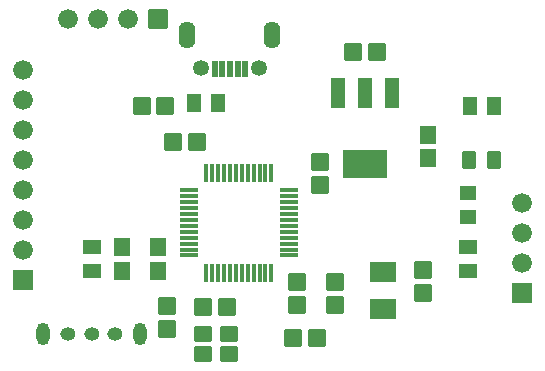
<source format=gts>
G04 Layer: TopSolderMaskLayer*
G04 EasyEDA v6.5.39, 2024-01-11 12:10:10*
G04 6726c83836ac4f208e7d9a6969430780,b65fc79a3ba447d2aedd2257ff82dca6,10*
G04 Gerber Generator version 0.2*
G04 Scale: 100 percent, Rotated: No, Reflected: No *
G04 Dimensions in millimeters *
G04 leading zeros omitted , absolute positions ,4 integer and 5 decimal *
%FSLAX45Y45*%
%MOMM*%

%AMMACRO1*1,1,$1,$2,$3*1,1,$1,$4,$5*1,1,$1,0-$2,0-$3*1,1,$1,0-$4,0-$5*20,1,$1,$2,$3,$4,$5,0*20,1,$1,$4,$5,0-$2,0-$3,0*20,1,$1,0-$2,0-$3,0-$4,0-$5,0*20,1,$1,0-$4,0-$5,$2,$3,0*4,1,4,$2,$3,$4,$5,0-$2,0-$3,0-$4,0-$5,$2,$3,0*%
%ADD10R,2.2032X1.8034*%
%ADD11MACRO1,0.1016X0.705X0.675X0.705X-0.675*%
%ADD12MACRO1,0.1016X-0.705X0.675X-0.705X-0.675*%
%ADD13R,1.4516X1.5116*%
%ADD14MACRO1,0.1016X-0.675X0.705X0.675X0.705*%
%ADD15MACRO1,0.1016X-0.675X-0.705X0.675X-0.705*%
%ADD16MACRO1,0.1016X-0.705X-0.675X-0.705X0.675*%
%ADD17MACRO1,0.1016X0.705X-0.675X0.705X0.675*%
%ADD18R,1.6764X1.6764*%
%ADD19C,1.6764*%
%ADD20MACRO1,0.1016X0.7874X-0.7874X-0.7874X-0.7874*%
%ADD21MACRO1,0.1016X-0.5X0.6998X0.5X0.6998*%
%ADD22MACRO1,0.1016X-0.6885X0.5663X0.6885X0.5663*%
%ADD23MACRO1,0.1016X-0.6885X-0.5663X0.6885X-0.5663*%
%ADD24MACRO1,0.1016X-0.5663X-0.6885X-0.5663X0.6885*%
%ADD25MACRO1,0.1016X0.5663X-0.6885X0.5663X0.6885*%
%ADD26R,1.4786X1.2341*%
%ADD27R,1.2016X2.6016*%
%ADD28R,3.7016X2.4416*%
%ADD29O,0.3700272X1.6000222*%
%ADD30O,1.6000222X0.3700272*%
%ADD31MACRO1,0.1X0.225X-0.625X-0.225X-0.625*%
%ADD32O,1.4015974000000002X2.3015956*%
%ADD33C,1.3516*%
%ADD34MACRO1,0.1016X0.7X-0.6X0.7X0.6*%
%ADD35MACRO1,0.1016X-0.7X-0.6X-0.7X0.6*%
%ADD36MACRO1,0.1016X-0.7X0.6X-0.7X-0.6*%
%ADD37MACRO1,0.1016X0.7X0.6X0.7X-0.6*%
%ADD38O,1.3014960000000002X1.1015979999999999*%
%ADD39O,1.1015979999999999X1.9015963999999999*%

%LPD*%
D10*
G01*
X5486400Y3230879D03*
G01*
X5486400Y3550894D03*
D11*
G01*
X3443297Y4953000D03*
D12*
G01*
X3643302Y4953000D03*
D13*
G01*
X3581400Y3757599D03*
G01*
X3581400Y3557600D03*
D14*
G01*
X4953000Y4281497D03*
D15*
G01*
X4953000Y4481502D03*
D13*
G01*
X3276600Y3757599D03*
G01*
X3276600Y3557600D03*
D16*
G01*
X3910002Y4648200D03*
D17*
G01*
X3709997Y4648200D03*
D14*
G01*
X4762500Y3265497D03*
D15*
G01*
X4762500Y3465502D03*
D14*
G01*
X5080000Y3265497D03*
D15*
G01*
X5080000Y3465502D03*
D14*
G01*
X5829300Y3367097D03*
D15*
G01*
X5829300Y3567102D03*
D16*
G01*
X4926002Y2984500D03*
D17*
G01*
X4725997Y2984500D03*
D11*
G01*
X3963997Y3251200D03*
D12*
G01*
X4164002Y3251200D03*
D14*
G01*
X3657600Y3062297D03*
D15*
G01*
X3657600Y3262302D03*
D16*
G01*
X5434002Y5410200D03*
D17*
G01*
X5233997Y5410200D03*
D13*
G01*
X5867400Y4710099D03*
G01*
X5867400Y4510100D03*
D18*
G01*
X6667500Y3365500D03*
D19*
G01*
X6667500Y3619500D03*
G01*
X6667500Y3873500D03*
G01*
X6667500Y4127500D03*
D18*
G01*
X2438400Y3479800D03*
D19*
G01*
X2438400Y3733800D03*
G01*
X2438400Y3987800D03*
G01*
X2438400Y4241800D03*
G01*
X2438400Y4495800D03*
G01*
X2438400Y4749800D03*
G01*
X2438400Y5003800D03*
G01*
X2438400Y5257800D03*
D20*
G01*
X3581400Y5689600D03*
D19*
G01*
X3327400Y5689600D03*
G01*
X3073400Y5689600D03*
G01*
X2819400Y5689600D03*
D21*
G01*
X6219570Y4495800D03*
G01*
X6429629Y4495800D03*
D22*
G01*
X3022600Y3557595D03*
D23*
G01*
X3022600Y3757604D03*
D24*
G01*
X4087804Y4978400D03*
D25*
G01*
X3887795Y4978400D03*
D24*
G01*
X6424604Y4953000D03*
D25*
G01*
X6224595Y4953000D03*
D26*
G01*
X6210300Y4214799D03*
G01*
X6210300Y4014800D03*
D22*
G01*
X6210300Y3557595D03*
D23*
G01*
X6210300Y3757604D03*
D27*
G01*
X5563997Y5059502D03*
G01*
X5334000Y5059502D03*
G01*
X5104002Y5059502D03*
D28*
G01*
X5334000Y4465497D03*
D29*
G01*
X3992194Y3537407D03*
G01*
X4042206Y3537407D03*
G01*
X4092193Y3537407D03*
G01*
X4142206Y3537407D03*
G01*
X4192193Y3537407D03*
G01*
X4242206Y3537407D03*
G01*
X4292193Y3537407D03*
G01*
X4342206Y3537407D03*
G01*
X4392193Y3537407D03*
G01*
X4442206Y3537407D03*
G01*
X4492193Y3537407D03*
G01*
X4542205Y3537407D03*
D30*
G01*
X4692192Y3687394D03*
G01*
X4692192Y3737406D03*
G01*
X4692192Y3787394D03*
G01*
X4692192Y3837406D03*
G01*
X4692192Y3887393D03*
G01*
X4692192Y3937406D03*
G01*
X4692192Y3987393D03*
G01*
X4692192Y4037406D03*
G01*
X4692192Y4087393D03*
G01*
X4692192Y4137405D03*
G01*
X4692192Y4187393D03*
G01*
X4692192Y4237405D03*
D29*
G01*
X4542205Y4387392D03*
G01*
X4492193Y4387392D03*
G01*
X4442206Y4387392D03*
G01*
X4392193Y4387392D03*
G01*
X4342206Y4387392D03*
G01*
X4292193Y4387392D03*
G01*
X4242206Y4387392D03*
G01*
X4192193Y4387392D03*
G01*
X4142206Y4387392D03*
G01*
X4092193Y4387392D03*
G01*
X4042206Y4387392D03*
G01*
X3992194Y4387392D03*
D30*
G01*
X3842207Y4237405D03*
G01*
X3842207Y4187393D03*
G01*
X3842207Y4137405D03*
G01*
X3842207Y4087393D03*
G01*
X3842207Y4037406D03*
G01*
X3842207Y3987393D03*
G01*
X3842207Y3937406D03*
G01*
X3842207Y3887393D03*
G01*
X3842207Y3837406D03*
G01*
X3842207Y3787394D03*
G01*
X3842207Y3737406D03*
G01*
X3842207Y3687394D03*
D31*
G01*
X4127041Y5263108D03*
G01*
X4192040Y5263108D03*
G01*
X4257038Y5263108D03*
G01*
X4322037Y5263108D03*
G01*
X4062044Y5263108D03*
D32*
G01*
X3831005Y5557240D03*
G01*
X4550994Y5557291D03*
D33*
G01*
X4433493Y5277281D03*
G01*
X3948506Y5277281D03*
D34*
G01*
X3966700Y2848711D03*
D35*
G01*
X4186699Y2848711D03*
D36*
G01*
X4186699Y3018713D03*
D37*
G01*
X3966700Y3018713D03*
D38*
G01*
X2822727Y3022600D03*
G01*
X3022625Y3022600D03*
G01*
X3222472Y3022600D03*
D39*
G01*
X3432530Y3022600D03*
G01*
X2612643Y3022600D03*
M02*

</source>
